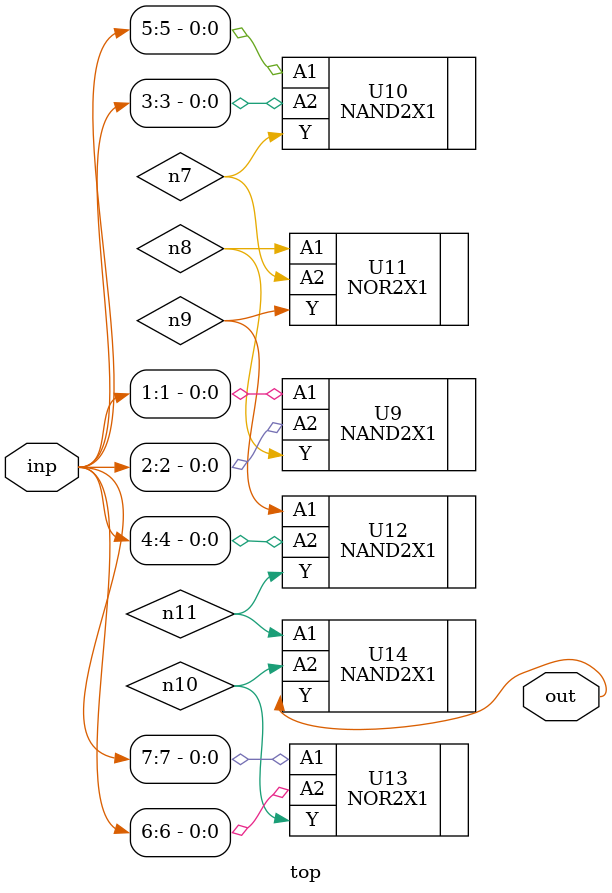
<source format=sv>


module top ( inp, out );
  input [7:0] inp;
  output out;
  wire   n7, n8, n9, n10, n11;

  NAND2X1 U9 ( .A1(inp[1]), .A2(inp[2]), .Y(n8) );
  NAND2X1 U10 ( .A1(inp[5]), .A2(inp[3]), .Y(n7) );
  NOR2X1 U11 ( .A1(n8), .A2(n7), .Y(n9) );
  NAND2X1 U12 ( .A1(n9), .A2(inp[4]), .Y(n11) );
  NOR2X1 U13 ( .A1(inp[7]), .A2(inp[6]), .Y(n10) );
  NAND2X1 U14 ( .A1(n11), .A2(n10), .Y(out) );
endmodule


</source>
